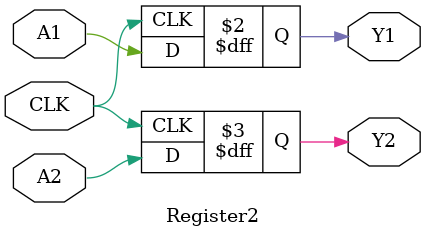
<source format=v>
`timescale 1ns / 1ps


module Register2(
input  A1,
input  A2,
input CLK,
output reg Y1,
output reg Y2
    );
    always@(posedge CLK)
      begin
        Y1=A1;
        Y2=A2;
      end    
endmodule

</source>
